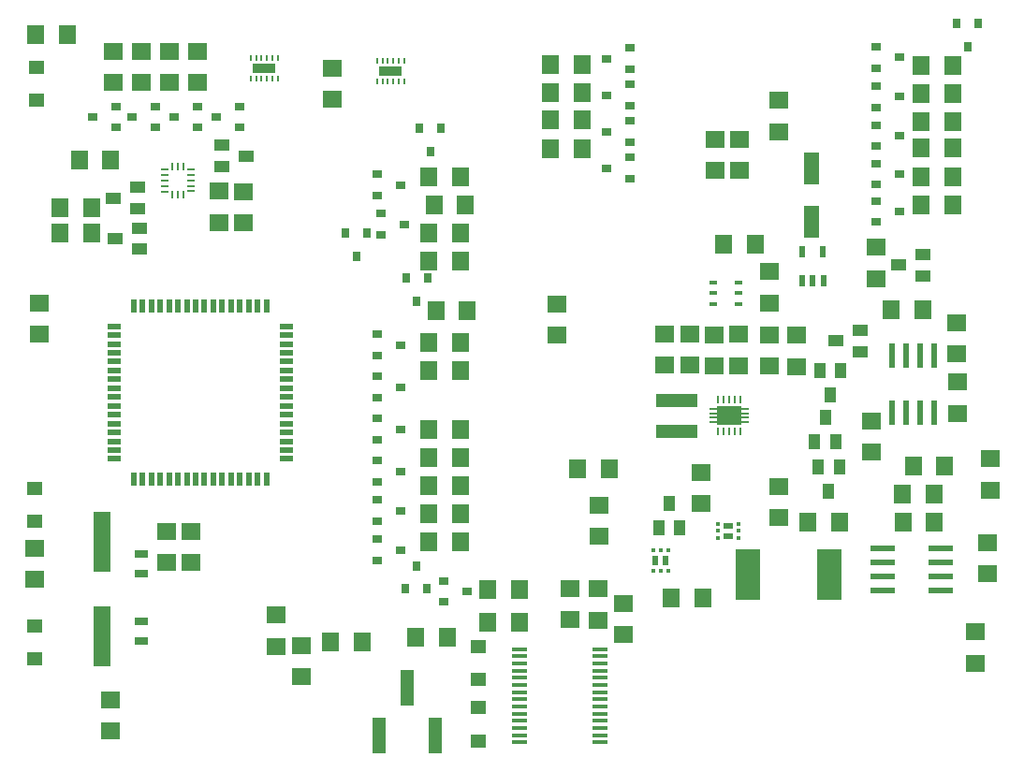
<source format=gtp>
G75*
%MOIN*%
%OFA0B0*%
%FSLAX24Y24*%
%IPPOS*%
%LPD*%
%AMOC8*
5,1,8,0,0,1.08239X$1,22.5*
%
%ADD10R,0.0591X0.2165*%
%ADD11R,0.0472X0.0315*%
%ADD12R,0.0315X0.0354*%
%ADD13R,0.0354X0.0315*%
%ADD14R,0.0906X0.1811*%
%ADD15R,0.0551X0.0394*%
%ADD16R,0.0630X0.0710*%
%ADD17R,0.0240X0.0870*%
%ADD18R,0.0551X0.1181*%
%ADD19R,0.0870X0.0240*%
%ADD20R,0.0710X0.0630*%
%ADD21R,0.0551X0.0472*%
%ADD22R,0.0470X0.0220*%
%ADD23R,0.0220X0.0470*%
%ADD24R,0.0394X0.0551*%
%ADD25R,0.0550X0.0137*%
%ADD26R,0.0110X0.0197*%
%ADD27R,0.0787X0.0354*%
%ADD28R,0.0276X0.0157*%
%ADD29R,0.0236X0.0413*%
%ADD30R,0.0264X0.0098*%
%ADD31R,0.0098X0.0264*%
%ADD32R,0.0709X0.0630*%
%ADD33R,0.0470X0.1300*%
%ADD34R,0.1457X0.0472*%
%ADD35R,0.0098X0.0276*%
%ADD36R,0.0276X0.0098*%
%ADD37R,0.0850X0.0669*%
%ADD38R,0.0118X0.0138*%
%ADD39R,0.0236X0.0374*%
%ADD40R,0.0138X0.0118*%
%ADD41R,0.0374X0.0236*%
D10*
X003617Y005668D03*
X003617Y009054D03*
D11*
X005017Y008616D03*
X005017Y007907D03*
X005017Y006216D03*
X005017Y005507D03*
D12*
X014443Y007368D03*
X015191Y007368D03*
X014817Y008194D03*
X014837Y017608D03*
X015211Y018435D03*
X014463Y018435D03*
X012677Y019218D03*
X013051Y020045D03*
X012303Y020045D03*
X015317Y022958D03*
X015691Y023785D03*
X014943Y023785D03*
X034073Y027515D03*
X034821Y027515D03*
X034447Y026688D03*
D13*
X032030Y026301D03*
X031203Y025927D03*
X031203Y025275D03*
X031203Y024527D03*
X031193Y023885D03*
X032020Y023511D03*
X031193Y023137D03*
X031203Y022515D03*
X031203Y021767D03*
X031193Y021185D03*
X031193Y020437D03*
X032020Y020811D03*
X032030Y022141D03*
X032030Y024901D03*
X031203Y026675D03*
X022410Y026635D03*
X022410Y025887D03*
X022410Y025335D03*
X022410Y024587D03*
X022410Y024035D03*
X022410Y023287D03*
X022410Y022735D03*
X022410Y021987D03*
X021584Y022361D03*
X021584Y023661D03*
X021584Y024961D03*
X021584Y026261D03*
X014250Y021761D03*
X013423Y021387D03*
X013563Y020735D03*
X014390Y020361D03*
X013563Y019987D03*
X013423Y022135D03*
X008510Y023807D03*
X007684Y024181D03*
X007010Y023807D03*
X006184Y024181D03*
X005510Y023807D03*
X004684Y024181D03*
X004110Y023807D03*
X003284Y024181D03*
X004110Y024555D03*
X005510Y024555D03*
X007010Y024555D03*
X008510Y024555D03*
X013423Y016435D03*
X013423Y015687D03*
X013423Y014935D03*
X014250Y014561D03*
X013423Y014187D03*
X013423Y013435D03*
X014250Y013061D03*
X013423Y012687D03*
X013423Y011935D03*
X013423Y011187D03*
X013423Y010535D03*
X014250Y010161D03*
X013423Y009787D03*
X013423Y009135D03*
X013423Y008387D03*
X014250Y008761D03*
X015783Y007655D03*
X016610Y007281D03*
X015783Y006907D03*
X014250Y011561D03*
X014250Y016061D03*
D14*
X026620Y007891D03*
X029533Y007891D03*
D15*
X030640Y015827D03*
X029774Y016201D03*
X030640Y016575D03*
X032860Y018527D03*
X032860Y019275D03*
X031994Y018901D03*
X008770Y022791D03*
X007904Y022417D03*
X007904Y023165D03*
X004880Y021665D03*
X004014Y021291D03*
X004880Y020917D03*
X004970Y020225D03*
X004970Y019477D03*
X004104Y019851D03*
D16*
X003247Y020061D03*
X003247Y020951D03*
X002127Y020951D03*
X002127Y020061D03*
X002817Y022631D03*
X003937Y022631D03*
X002377Y027121D03*
X001257Y027121D03*
X015257Y022061D03*
X016377Y022061D03*
X016567Y021061D03*
X016377Y020061D03*
X015257Y020061D03*
X015257Y019061D03*
X016377Y019061D03*
X016637Y017271D03*
X015517Y017271D03*
X015257Y016161D03*
X016377Y016161D03*
X016377Y015131D03*
X015257Y015131D03*
X015257Y013061D03*
X016377Y013061D03*
X016377Y012061D03*
X015257Y012061D03*
X015257Y011061D03*
X016377Y011061D03*
X016377Y010061D03*
X015257Y010061D03*
X015257Y009061D03*
X016377Y009061D03*
X017357Y007361D03*
X018477Y007361D03*
X018477Y006171D03*
X017357Y006171D03*
X015927Y005631D03*
X014807Y005631D03*
X012887Y005481D03*
X011767Y005481D03*
X020557Y011651D03*
X021677Y011651D03*
X023897Y007041D03*
X025017Y007041D03*
X028757Y009761D03*
X029877Y009761D03*
X032147Y009751D03*
X032137Y010761D03*
X032517Y011741D03*
X033637Y011741D03*
X033257Y010761D03*
X033267Y009751D03*
X032857Y017321D03*
X031737Y017321D03*
X032807Y021041D03*
X033927Y021041D03*
X033917Y022061D03*
X032797Y022061D03*
X032807Y023081D03*
X033927Y023081D03*
X033927Y024021D03*
X032807Y024021D03*
X032807Y025001D03*
X033927Y025001D03*
X033927Y026021D03*
X032807Y026021D03*
X026877Y019631D03*
X025757Y019631D03*
X020727Y023061D03*
X020727Y024071D03*
X020727Y025061D03*
X019607Y025061D03*
X019607Y024071D03*
X019607Y023061D03*
X019607Y026061D03*
X020727Y026061D03*
X015447Y021061D03*
D17*
X031767Y015691D03*
X032267Y015691D03*
X032767Y015691D03*
X033267Y015691D03*
X033267Y013631D03*
X032767Y013631D03*
X032267Y013631D03*
X031767Y013631D03*
D18*
X028897Y020456D03*
X028897Y022346D03*
D19*
X031427Y008801D03*
X031427Y008301D03*
X031427Y007801D03*
X031427Y007301D03*
X033487Y007301D03*
X033487Y007801D03*
X033487Y008301D03*
X033487Y008801D03*
D20*
X003917Y002301D03*
X003917Y003421D03*
X001217Y007701D03*
X001217Y008821D03*
X005917Y008301D03*
X006797Y008301D03*
X006797Y009421D03*
X005917Y009421D03*
X009837Y006431D03*
X009837Y005311D03*
X010727Y005351D03*
X010727Y004231D03*
X020307Y006271D03*
X021297Y006261D03*
X021297Y007381D03*
X020307Y007391D03*
X021327Y009241D03*
X021327Y010361D03*
X023667Y015331D03*
X023667Y016451D03*
X026307Y016431D03*
X026307Y015311D03*
X028347Y015291D03*
X028347Y016411D03*
X027387Y017551D03*
X027387Y018671D03*
X031187Y018411D03*
X031187Y019531D03*
X034067Y016861D03*
X034067Y015741D03*
X034077Y014731D03*
X034077Y013611D03*
X035247Y012011D03*
X035247Y010891D03*
X035157Y009021D03*
X035157Y007901D03*
X034727Y005831D03*
X034727Y004711D03*
X027737Y009901D03*
X027737Y011021D03*
X031037Y012231D03*
X031037Y013351D03*
X027727Y023661D03*
X027727Y024781D03*
X007807Y021531D03*
X007807Y020411D03*
X007017Y025401D03*
X006017Y025401D03*
X005017Y025401D03*
X004017Y025401D03*
X004017Y026521D03*
X005017Y026521D03*
X006017Y026521D03*
X007017Y026521D03*
X001407Y017561D03*
X001407Y016441D03*
D21*
X001217Y010952D03*
X001217Y009771D03*
X001217Y006052D03*
X001217Y004871D03*
X017027Y005312D03*
X017027Y004131D03*
X017027Y003142D03*
X017027Y001961D03*
X001307Y024771D03*
X001307Y025952D03*
D22*
X004046Y016723D03*
X004046Y016409D03*
X004046Y016094D03*
X004046Y015779D03*
X004046Y015464D03*
X004046Y015149D03*
X004046Y014834D03*
X004046Y014519D03*
X004046Y014204D03*
X004046Y013889D03*
X004046Y013574D03*
X004046Y013259D03*
X004046Y012944D03*
X004046Y012629D03*
X004046Y012314D03*
X004046Y011999D03*
X010188Y011999D03*
X010188Y012314D03*
X010188Y012629D03*
X010188Y012944D03*
X010188Y013259D03*
X010188Y013574D03*
X010188Y013889D03*
X010188Y014204D03*
X010188Y014519D03*
X010188Y014834D03*
X010188Y015149D03*
X010188Y015464D03*
X010188Y015779D03*
X010188Y016094D03*
X010188Y016409D03*
X010188Y016723D03*
D23*
X009479Y017432D03*
X009164Y017432D03*
X008849Y017432D03*
X008534Y017432D03*
X008219Y017432D03*
X007904Y017432D03*
X007589Y017432D03*
X007274Y017432D03*
X006959Y017432D03*
X006644Y017432D03*
X006329Y017432D03*
X006014Y017432D03*
X005699Y017432D03*
X005384Y017432D03*
X005069Y017432D03*
X004754Y017432D03*
X004754Y011290D03*
X005069Y011290D03*
X005384Y011290D03*
X005699Y011290D03*
X006014Y011290D03*
X006329Y011290D03*
X006644Y011290D03*
X006959Y011290D03*
X007274Y011290D03*
X007589Y011290D03*
X007904Y011290D03*
X008219Y011290D03*
X008534Y011290D03*
X008849Y011290D03*
X009164Y011290D03*
X009479Y011290D03*
D24*
X023453Y009558D03*
X024201Y009558D03*
X023827Y010424D03*
X029133Y011714D03*
X029881Y011714D03*
X029507Y010848D03*
X029751Y012618D03*
X029003Y012618D03*
X029377Y013484D03*
X029557Y014268D03*
X029931Y015134D03*
X029183Y015134D03*
D25*
X021356Y005225D03*
X021356Y004969D03*
X021356Y004713D03*
X021356Y004457D03*
X021356Y004201D03*
X021356Y003945D03*
X021356Y003689D03*
X021356Y003433D03*
X021356Y003177D03*
X021356Y002921D03*
X021356Y002666D03*
X021356Y002410D03*
X021356Y002154D03*
X021356Y001898D03*
X018477Y001898D03*
X018477Y002154D03*
X018477Y002410D03*
X018477Y002666D03*
X018477Y002921D03*
X018477Y003177D03*
X018477Y003433D03*
X018477Y003689D03*
X018477Y003945D03*
X018477Y004201D03*
X018477Y004457D03*
X018477Y004713D03*
X018477Y004969D03*
X018477Y005225D03*
D26*
X014398Y025439D03*
X014201Y025439D03*
X014004Y025439D03*
X013807Y025439D03*
X013610Y025439D03*
X013414Y025439D03*
X013414Y026187D03*
X013610Y026187D03*
X013807Y026187D03*
X014004Y026187D03*
X014201Y026187D03*
X014398Y026187D03*
X009898Y026287D03*
X009701Y026287D03*
X009504Y026287D03*
X009307Y026287D03*
X009110Y026287D03*
X008914Y026287D03*
X008914Y025539D03*
X009110Y025539D03*
X009307Y025539D03*
X009504Y025539D03*
X009701Y025539D03*
X009898Y025539D03*
D27*
X009394Y025913D03*
X013894Y025813D03*
D28*
X025403Y018275D03*
X025403Y017901D03*
X025403Y017527D03*
X026304Y017527D03*
X026304Y017901D03*
X026304Y018275D03*
D29*
X028565Y018330D03*
X028939Y018330D03*
X029313Y018330D03*
X029309Y019393D03*
X028565Y019393D03*
D30*
X006777Y021531D03*
X006777Y021728D03*
X006777Y021925D03*
X006777Y022122D03*
X006777Y022319D03*
X005856Y022315D03*
X005856Y022118D03*
X005856Y021921D03*
X005856Y021724D03*
X005856Y021528D03*
D31*
X006120Y021425D03*
X006317Y021425D03*
X006514Y021425D03*
X006514Y022417D03*
X006317Y022417D03*
X006120Y022417D03*
D32*
X008667Y021502D03*
X008667Y020400D03*
X011817Y024810D03*
X011817Y025912D03*
X019817Y017512D03*
X019817Y016410D03*
X024547Y016432D03*
X025417Y016422D03*
X025417Y015320D03*
X024547Y015330D03*
X027387Y015310D03*
X027387Y016412D03*
X024947Y011502D03*
X024947Y010400D03*
X022197Y006862D03*
X022197Y005760D03*
X025457Y022290D03*
X026317Y022280D03*
X026317Y023382D03*
X025457Y023392D03*
D33*
X014497Y003851D03*
X015497Y002151D03*
X013497Y002151D03*
D34*
X024077Y012980D03*
X024077Y014082D03*
D35*
X025563Y014108D03*
X025760Y014108D03*
X025957Y014108D03*
X026154Y014108D03*
X026350Y014108D03*
X026350Y012978D03*
X026154Y012974D03*
X025957Y012974D03*
X025760Y012974D03*
X025563Y012974D03*
D36*
X025394Y013305D03*
X025394Y013463D03*
X025394Y013620D03*
X025394Y013777D03*
X026520Y013777D03*
X026520Y013620D03*
X026520Y013463D03*
X026520Y013305D03*
D37*
X025957Y013541D03*
D38*
X023783Y008742D03*
X023527Y008742D03*
X023271Y008742D03*
X023271Y008021D03*
X023527Y008021D03*
X023783Y008021D03*
D39*
X023708Y008383D03*
X023342Y008383D03*
D40*
X025556Y009175D03*
X025556Y009431D03*
X025556Y009687D03*
X026277Y009687D03*
X026277Y009431D03*
X026277Y009175D03*
D41*
X025915Y009246D03*
X025915Y009612D03*
M02*

</source>
